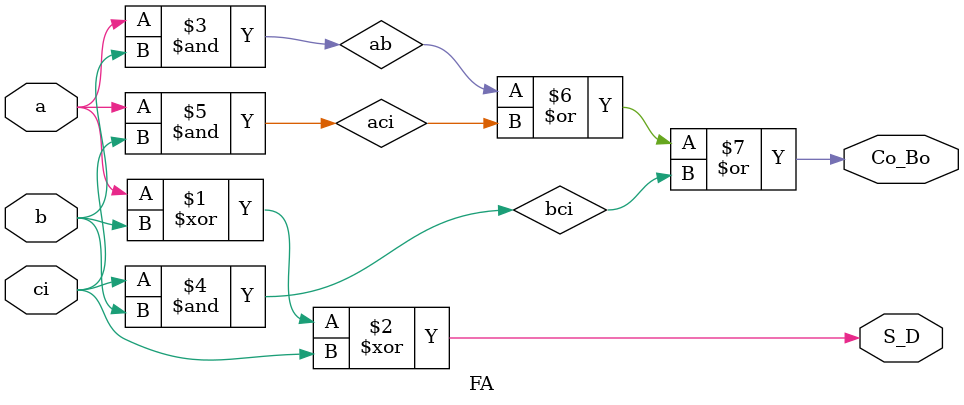
<source format=v>
module FA (a, b, ci, S_D,Co_Bo);
input a, b, ci;
output S_D, Co_Bo;
wire ab , aci, bci ;

xor (S_D, a, b, ci);
and (ab , a, b);
and (bci , ci, b);
and (aci, a, ci);
or (Co_Bo, ab, aci, bci);

endmodule
</source>
